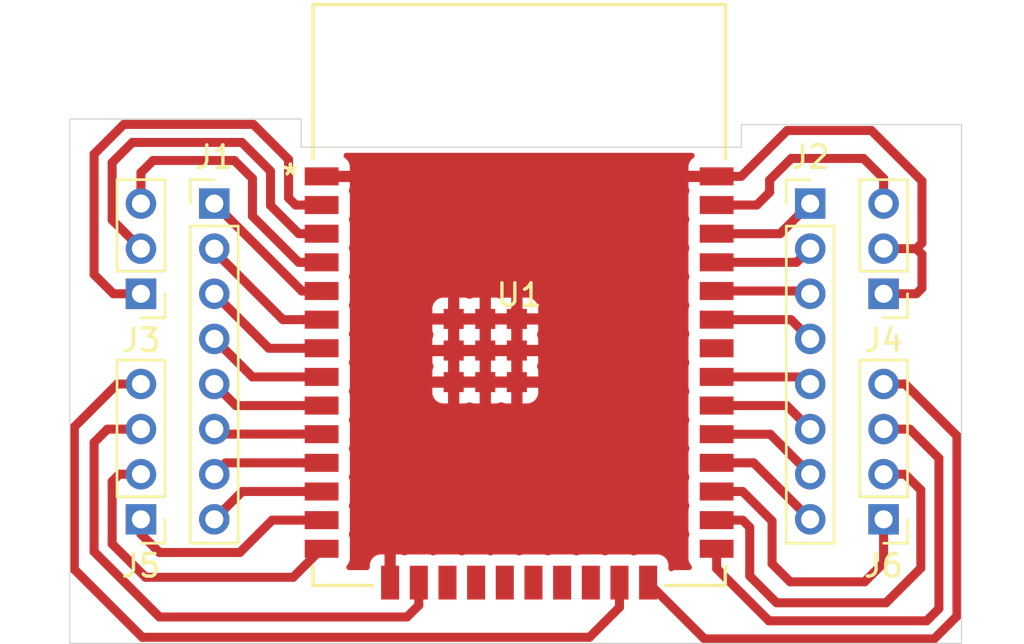
<source format=kicad_pcb>
(kicad_pcb (version 20240108) (generator "pcbnew") (generator_version "8.0")
  (layers (0 "F.Cu" signal) (31 "B.Cu" signal) (34 "B.Paste" user) (35 "F.Paste" user) (36 "B.SilkS" user "B.Silkscreen") (37 "F.SilkS" user "F.Silkscreen") (38 "B.Mask" user) (39 "F.Mask" user) (44 "Edge.Cuts" user))
  (net 0 "")
  (net 1 "Net-(J1-Pin_8)")
  (net 2 "Net-(J1-Pin_2)")
  (net 3 "Net-(J1-Pin_4)")
  (net 4 "Net-(J1-Pin_6)")
  (net 5 "Net-(J1-Pin_3)")
  (net 6 "Net-(J1-Pin_5)")
  (net 7 "Net-(J1-Pin_1)")
  (net 8 "Net-(J1-Pin_7)")
  (net 9 "Net-(J2-Pin_3)")
  (net 10 "Net-(J2-Pin_6)")
  (net 11 "Net-(J2-Pin_8)")
  (net 12 "Net-(J2-Pin_7)")
  (net 13 "Net-(J2-Pin_1)")
  (net 14 "Net-(J2-Pin_4)")
  (net 15 "Net-(J2-Pin_5)")
  (net 23 "Net-(J2-Pin_2)")
  (net 24 "Net-(J3-Pin_3)")
  (net 25 "Net-(J3-Pin_2)")
  (net 26 "Net-(J3-Pin_1)")
  (net 27 "Net-(J4-Pin_1)")
  (net 28 "Net-(J4-Pin_3)")
  (net 29 "Net-(J5-Pin_2)")
  (net 30 "Net-(J5-Pin_4)")
  (net 31 "Net-(J5-Pin_1)")
  (net 32 "Net-(J5-Pin_3)")
  (net 33 "Net-(J6-Pin_3)")
  (net 34 "Net-(J6-Pin_1)")
  (net 35 "Net-(J6-Pin_2)")
  (net 36 "Net-(J6-Pin_4)")
  (footprint "Connector_PinHeader_2.00mm:PinHeader_1x08_P2.00mm_Vertical" (layer "F.Cu") (at 162.3 96.5)
    (property "Reference" "J2" (at 0 -2.06 0) (layer "F.SilkS"))
    (property "Value" "Conn_01x08_Pin")
    (fp_line (start -1.06 -1.06) (end 0 -1.06) (stroke (width 0.12)) (layer "F.SilkS"))
    (fp_line (start -1.06 0) (end -1.06 -1.06) (stroke (width 0.12)) (layer "F.SilkS"))
    (fp_line (start -1.06 1) (end -1.06 15.06) (stroke (width 0.12)) (layer "F.SilkS"))
    (fp_line (start -1.06 1) (end 1.06 1) (stroke (width 0.12)) (layer "F.SilkS"))
    (fp_line (start -1.06 15.06) (end 1.06 15.06) (stroke (width 0.12)) (layer "F.SilkS"))
    (fp_line (start 1.06 1) (end 1.06 15.06) (stroke (width 0.12)) (layer "F.SilkS"))
    (pad "1" thru_hole rect (at 0 0) (size 1.35 1.35) (drill 0.8) (layers "*.Cu" "*.Mask") (net 13 "Net-(J2-Pin_1)"))
    (pad "2" thru_hole oval (at 0 2) (size 1.35 1.35) (drill 0.8) (layers "*.Cu" "*.Mask") (net 23 "Net-(J2-Pin_2)"))
    (pad "3" thru_hole oval (at 0 4) (size 1.35 1.35) (drill 0.8) (layers "*.Cu" "*.Mask") (net 9 "Net-(J2-Pin_3)"))
    (pad "4" thru_hole oval (at 0 6) (size 1.35 1.35) (drill 0.8) (layers "*.Cu" "*.Mask") (net 14 "Net-(J2-Pin_4)"))
    (pad "5" thru_hole oval (at 0 8) (size 1.35 1.35) (drill 0.8) (layers "*.Cu" "*.Mask") (net 15 "Net-(J2-Pin_5)"))
    (pad "6" thru_hole oval (at 0 10) (size 1.35 1.35) (drill 0.8) (layers "*.Cu" "*.Mask") (net 10 "Net-(J2-Pin_6)"))
    (pad "7" thru_hole oval (at 0 12) (size 1.35 1.35) (drill 0.8) (layers "*.Cu" "*.Mask") (net 12 "Net-(J2-Pin_7)"))
    (pad "8" thru_hole oval (at 0 14) (size 1.35 1.35) (drill 0.8) (layers "*.Cu" "*.Mask") (net 11 "Net-(J2-Pin_8)"))
  )
  (footprint "Connector_PinHeader_2.00mm:PinHeader_1x03_P2.00mm_Vertical" (layer "F.Cu") (at 165.55 100.5 180)
    (property "Reference" "J4" (at 0 -2.06 0) (layer "F.SilkS"))
    (property "Value" "Conn_01x03_Pin")
    (fp_line (start 1.06 1) (end 1.06 5.06) (stroke (width 0.12)) (layer "F.SilkS"))
    (fp_line (start -1.06 5.06) (end 1.06 5.06) (stroke (width 0.12)) (layer "F.SilkS"))
    (fp_line (start -1.06 1) (end 1.06 1) (stroke (width 0.12)) (layer "F.SilkS"))
    (fp_line (start -1.06 1) (end -1.06 5.06) (stroke (width 0.12)) (layer "F.SilkS"))
    (fp_line (start -1.06 0) (end -1.06 -1.06) (stroke (width 0.12)) (layer "F.SilkS"))
    (fp_line (start -1.06 -1.06) (end 0 -1.06) (stroke (width 0.12)) (layer "F.SilkS"))
    (pad "1" thru_hole rect (at 0 0 180) (size 1.35 1.35) (drill 0.8) (layers "*.Cu" "*.Mask") (net 27 "Net-(J4-Pin_1)"))
    (pad "2" thru_hole oval (at 0 2 180) (size 1.35 1.35) (drill 0.8) (layers "*.Cu" "*.Mask") (net 27 "Net-(J4-Pin_1)"))
    (pad "3" thru_hole oval (at 0 4 180) (size 1.35 1.35) (drill 0.8) (layers "*.Cu" "*.Mask") (net 28 "Net-(J4-Pin_3)"))
  )
  (footprint "Connector_PinHeader_2.00mm:PinHeader_1x03_P2.00mm_Vertical" (layer "F.Cu") (at 132.65 100.5 180)
    (property "Reference" "J3" (at 0 -2.06 0) (layer "F.SilkS"))
    (property "Value" "Conn_01x03_Pin")
    (fp_line (start 1.06 1) (end 1.06 5.06) (stroke (width 0.12)) (layer "F.SilkS"))
    (fp_line (start -1.06 5.06) (end 1.06 5.06) (stroke (width 0.12)) (layer "F.SilkS"))
    (fp_line (start -1.06 1) (end 1.06 1) (stroke (width 0.12)) (layer "F.SilkS"))
    (fp_line (start -1.06 1) (end -1.06 5.06) (stroke (width 0.12)) (layer "F.SilkS"))
    (fp_line (start -1.06 0) (end -1.06 -1.06) (stroke (width 0.12)) (layer "F.SilkS"))
    (fp_line (start -1.06 -1.06) (end 0 -1.06) (stroke (width 0.12)) (layer "F.SilkS"))
    (pad "1" thru_hole rect (at 0 0 180) (size 1.35 1.35) (drill 0.8) (layers "*.Cu" "*.Mask") (net 26 "Net-(J3-Pin_1)"))
    (pad "2" thru_hole oval (at 0 2 180) (size 1.35 1.35) (drill 0.8) (layers "*.Cu" "*.Mask") (net 25 "Net-(J3-Pin_2)"))
    (pad "3" thru_hole oval (at 0 4 180) (size 1.35 1.35) (drill 0.8) (layers "*.Cu" "*.Mask") (net 24 "Net-(J3-Pin_3)"))
  )
  (footprint "PVA_board:ESP32­WROOM­32E_EXP" (layer "F.Cu") (at 149.4045 100.556)
    (property "Reference" "U1" (at 0 0 0) (layer "F.SilkS"))
    (property "Value" "ESP32-WROOM-32E-N8")
    (fp_line (start -9.1313 -12.8778) (end 9.1313 -12.8778) (stroke (width 0.1524)) (layer "F.SilkS"))
    (fp_line (start -9.1313 -6.03724) (end -9.1313 -12.8778) (stroke (width 0.1524)) (layer "F.SilkS"))
    (fp_line (start -9.1313 12.8778) (end -9.1313 12.02724) (stroke (width 0.1524)) (layer "F.SilkS"))
    (fp_line (start -6.49224 12.8778) (end -9.1313 12.8778) (stroke (width 0.1524)) (layer "F.SilkS"))
    (fp_line (start 9.1313 -12.8778) (end 9.1313 -6.03724) (stroke (width 0.1524)) (layer "F.SilkS"))
    (fp_line (start 9.1313 12.02724) (end 9.1313 12.8778) (stroke (width 0.1524)) (layer "F.SilkS"))
    (fp_line (start 9.1313 12.8778) (end 6.49224 12.8778) (stroke (width 0.1524)) (layer "F.SilkS"))
    (fp_text user "*" (at -10.1343 -5.26 0) (layer "F.SilkS"))
    (fp_text user "*" (at -10.1343 -5.26 0) (layer "F.SilkS"))
    (pad "1" smd rect (at -8.75 -5.26) (size 1.4986 0.8) (layers "F.Cu" "F.Paste" "F.Mask") (net 27 "Net-(J4-Pin_1)"))
    (pad "2" smd rect (at -8.75 -3.99) (size 1.4986 0.8) (layers "F.Cu" "F.Paste" "F.Mask") (net 26 "Net-(J3-Pin_1)"))
    (pad "3" smd rect (at -8.75 -2.72) (size 1.4986 0.8) (layers "F.Cu" "F.Paste" "F.Mask") (net 25 "Net-(J3-Pin_2)"))
    (pad "4" smd rect (at -8.75 -1.45) (size 1.4986 0.8) (layers "F.Cu" "F.Paste" "F.Mask") (net 24 "Net-(J3-Pin_3)"))
    (pad "5" smd rect (at -8.75 -0.18) (size 1.4986 0.8) (layers "F.Cu" "F.Paste" "F.Mask") (net 7 "Net-(J1-Pin_1)"))
    (pad "6" smd rect (at -8.75 1.09) (size 1.4986 0.8) (layers "F.Cu" "F.Paste" "F.Mask") (net 2 "Net-(J1-Pin_2)"))
    (pad "7" smd rect (at -8.75 2.36) (size 1.4986 0.8) (layers "F.Cu" "F.Paste" "F.Mask") (net 5 "Net-(J1-Pin_3)"))
    (pad "8" smd rect (at -8.75 3.63) (size 1.4986 0.8) (layers "F.Cu" "F.Paste" "F.Mask") (net 3 "Net-(J1-Pin_4)"))
    (pad "9" smd rect (at -8.75 4.9) (size 1.4986 0.8) (layers "F.Cu" "F.Paste" "F.Mask") (net 6 "Net-(J1-Pin_5)"))
    (pad "10" smd rect (at -8.75 6.17) (size 1.4986 0.8) (layers "F.Cu" "F.Paste" "F.Mask") (net 4 "Net-(J1-Pin_6)"))
    (pad "11" smd rect (at -8.75 7.44) (size 1.4986 0.8) (layers "F.Cu" "F.Paste" "F.Mask") (net 8 "Net-(J1-Pin_7)"))
    (pad "12" smd rect (at -8.75 8.71) (size 1.4986 0.8) (layers "F.Cu" "F.Paste" "F.Mask") (net 1 "Net-(J1-Pin_8)"))
    (pad "13" smd rect (at -8.75 9.98) (size 1.4986 0.8) (layers "F.Cu" "F.Paste" "F.Mask") (net 31 "Net-(J5-Pin_1)"))
    (pad "14" smd rect (at -8.75 11.25) (size 1.4986 0.8) (layers "F.Cu" "F.Paste" "F.Mask") (net 29 "Net-(J5-Pin_2)"))
    (pad "15" smd rect (at -5.715 12.75 90) (size 1.4986 0.8) (layers "F.Cu" "F.Paste" "F.Mask") (net 27 "Net-(J4-Pin_1)"))
    (pad "16" smd rect (at -4.445 12.75 90) (size 1.4986 0.8) (layers "F.Cu" "F.Paste" "F.Mask") (net 32 "Net-(J5-Pin_3)"))
    (pad "17" smd rect (at -3.175 12.75 90) (size 1.4986 0.8) (layers "F.Cu" "F.Paste" "F.Mask"))
    (pad "18" smd rect (at -1.905 12.75 90) (size 1.4986 0.8) (layers "F.Cu" "F.Paste" "F.Mask"))
    (pad "19" smd rect (at -0.635 12.75 90) (size 1.4986 0.8) (layers "F.Cu" "F.Paste" "F.Mask"))
    (pad "20" smd rect (at 0.635 12.75 90) (size 1.4986 0.8) (layers "F.Cu" "F.Paste" "F.Mask"))
    (pad "21" smd rect (at 1.905 12.75 90) (size 1.4986 0.8) (layers "F.Cu" "F.Paste" "F.Mask"))
    (pad "22" smd rect (at 3.175 12.75 90) (size 1.4986 0.8) (layers "F.Cu" "F.Paste" "F.Mask"))
    (pad "23" smd rect (at 4.445 12.75 90) (size 1.4986 0.8) (layers "F.Cu" "F.Paste" "F.Mask") (net 30 "Net-(J5-Pin_4)"))
    (pad "24" smd rect (at 5.715 12.75 90) (size 1.4986 0.8) (layers "F.Cu" "F.Paste" "F.Mask") (net 36 "Net-(J6-Pin_4)"))
    (pad "25" smd rect (at 8.75 11.25) (size 1.4986 0.8) (layers "F.Cu" "F.Paste" "F.Mask") (net 33 "Net-(J6-Pin_3)"))
    (pad "26" smd rect (at 8.75 9.98) (size 1.4986 0.8) (layers "F.Cu" "F.Paste" "F.Mask") (net 35 "Net-(J6-Pin_2)"))
    (pad "27" smd rect (at 8.75 8.71) (size 1.4986 0.8) (layers "F.Cu" "F.Paste" "F.Mask") (net 34 "Net-(J6-Pin_1)"))
    (pad "28" smd rect (at 8.75 7.44) (size 1.4986 0.8) (layers "F.Cu" "F.Paste" "F.Mask") (net 11 "Net-(J2-Pin_8)"))
    (pad "29" smd rect (at 8.75 6.17) (size 1.4986 0.8) (layers "F.Cu" "F.Paste" "F.Mask") (net 12 "Net-(J2-Pin_7)"))
    (pad "30" smd rect (at 8.75 4.9) (size 1.4986 0.8) (layers "F.Cu" "F.Paste" "F.Mask") (net 10 "Net-(J2-Pin_6)"))
    (pad "31" smd rect (at 8.75 3.63) (size 1.4986 0.8) (layers "F.Cu" "F.Paste" "F.Mask") (net 15 "Net-(J2-Pin_5)"))
    (pad "32" smd rect (at 8.75 2.36) (size 1.4986 0.8) (layers "F.Cu" "F.Paste" "F.Mask"))
    (pad "33" smd rect (at 8.75 1.09) (size 1.4986 0.8) (layers "F.Cu" "F.Paste" "F.Mask") (net 14 "Net-(J2-Pin_4)"))
    (pad "34" smd rect (at 8.75 -0.18) (size 1.4986 0.8) (layers "F.Cu" "F.Paste" "F.Mask") (net 9 "Net-(J2-Pin_3)"))
    (pad "35" smd rect (at 8.75 -1.45) (size 1.4986 0.8) (layers "F.Cu" "F.Paste" "F.Mask") (net 23 "Net-(J2-Pin_2)"))
    (pad "36" smd rect (at 8.75 -2.72) (size 1.4986 0.8) (layers "F.Cu" "F.Paste" "F.Mask") (net 13 "Net-(J2-Pin_1)"))
    (pad "37" smd rect (at 8.75 -3.99) (size 1.4986 0.8) (layers "F.Cu" "F.Paste" "F.Mask") (net 28 "Net-(J4-Pin_3)"))
    (pad "38" smd rect (at 8.75 -5.26) (size 1.4986 0.8) (layers "F.Cu" "F.Paste" "F.Mask") (net 27 "Net-(J4-Pin_1)"))
    (pad "39" smd rect (at -1.5 2.46) (size 0.889 0.889) (layers "F.Cu" "F.Paste" "F.Mask") (net 27 "Net-(J4-Pin_1)"))
    (pad "40" smd rect (at -2.9 1.06) (size 0.889 0.889) (layers "F.Cu" "F.Paste" "F.Mask") (net 27 "Net-(J4-Pin_1)"))
    (pad "41" smd rect (at -2.9 2.46) (size 0.889 0.889) (layers "F.Cu" "F.Paste" "F.Mask") (net 27 "Net-(J4-Pin_1)"))
    (pad "42" smd rect (at -2.9 3.86) (size 0.889 0.889) (layers "F.Cu" "F.Paste" "F.Mask") (net 27 "Net-(J4-Pin_1)"))
    (pad "43" smd rect (at -1.5 3.86) (size 0.889 0.889) (layers "F.Cu" "F.Paste" "F.Mask") (net 27 "Net-(J4-Pin_1)"))
    (pad "44" smd rect (at -0.1 3.86) (size 0.889 0.889) (layers "F.Cu" "F.Paste" "F.Mask") (net 27 "Net-(J4-Pin_1)"))
    (pad "45" smd rect (at -0.1 2.46) (size 0.889 0.889) (layers "F.Cu" "F.Paste" "F.Mask") (net 27 "Net-(J4-Pin_1)"))
    (pad "46" smd rect (at -0.1 1.06) (size 0.889 0.889) (layers "F.Cu" "F.Paste" "F.Mask") (net 27 "Net-(J4-Pin_1)"))
    (pad "47" smd rect (at -1.5 1.06) (size 0.889 0.889) (layers "F.Cu" "F.Paste" "F.Mask") (net 27 "Net-(J4-Pin_1)"))
  )
  (footprint "Connector_PinHeader_2.00mm:PinHeader_1x08_P2.00mm_Vertical" (layer "F.Cu") (at 135.9 96.5)
    (property "Reference" "J1" (at 0 -2.06 0) (layer "F.SilkS"))
    (property "Value" "Conn_01x08_Pin")
    (fp_line (start -1.06 -1.06) (end 0 -1.06) (stroke (width 0.12)) (layer "F.SilkS"))
    (fp_line (start -1.06 0) (end -1.06 -1.06) (stroke (width 0.12)) (layer "F.SilkS"))
    (fp_line (start -1.06 1) (end -1.06 15.06) (stroke (width 0.12)) (layer "F.SilkS"))
    (fp_line (start -1.06 1) (end 1.06 1) (stroke (width 0.12)) (layer "F.SilkS"))
    (fp_line (start -1.06 15.06) (end 1.06 15.06) (stroke (width 0.12)) (layer "F.SilkS"))
    (fp_line (start 1.06 1) (end 1.06 15.06) (stroke (width 0.12)) (layer "F.SilkS"))
    (pad "1" thru_hole rect (at 0 0) (size 1.35 1.35) (drill 0.8) (layers "*.Cu" "*.Mask") (net 7 "Net-(J1-Pin_1)"))
    (pad "2" thru_hole oval (at 0 2) (size 1.35 1.35) (drill 0.8) (layers "*.Cu" "*.Mask") (net 2 "Net-(J1-Pin_2)"))
    (pad "3" thru_hole oval (at 0 4) (size 1.35 1.35) (drill 0.8) (layers "*.Cu" "*.Mask") (net 5 "Net-(J1-Pin_3)"))
    (pad "4" thru_hole oval (at 0 6) (size 1.35 1.35) (drill 0.8) (layers "*.Cu" "*.Mask") (net 3 "Net-(J1-Pin_4)"))
    (pad "5" thru_hole oval (at 0 8) (size 1.35 1.35) (drill 0.8) (layers "*.Cu" "*.Mask") (net 6 "Net-(J1-Pin_5)"))
    (pad "6" thru_hole oval (at 0 10) (size 1.35 1.35) (drill 0.8) (layers "*.Cu" "*.Mask") (net 4 "Net-(J1-Pin_6)"))
    (pad "7" thru_hole oval (at 0 12) (size 1.35 1.35) (drill 0.8) (layers "*.Cu" "*.Mask") (net 8 "Net-(J1-Pin_7)"))
    (pad "8" thru_hole oval (at 0 14) (size 1.35 1.35) (drill 0.8) (layers "*.Cu" "*.Mask") (net 1 "Net-(J1-Pin_8)"))
  )
  (footprint "Connector_PinHeader_2.00mm:PinHeader_1x04_P2.00mm_Vertical" (layer "F.Cu") (at 132.65 110.5 180)
    (property "Reference" "J5" (at 0 -2.06 0) (layer "F.SilkS"))
    (property "Value" "Conn_01x04_Pin")
    (fp_line (start 1.06 1) (end 1.06 7.06) (stroke (width 0.12)) (layer "F.SilkS"))
    (fp_line (start -1.06 7.06) (end 1.06 7.06) (stroke (width 0.12)) (layer "F.SilkS"))
    (fp_line (start -1.06 1) (end 1.06 1) (stroke (width 0.12)) (layer "F.SilkS"))
    (fp_line (start -1.06 1) (end -1.06 7.06) (stroke (width 0.12)) (layer "F.SilkS"))
    (fp_line (start -1.06 0) (end -1.06 -1.06) (stroke (width 0.12)) (layer "F.SilkS"))
    (fp_line (start -1.06 -1.06) (end 0 -1.06) (stroke (width 0.12)) (layer "F.SilkS"))
    (pad "1" thru_hole rect (at 0 0 180) (size 1.35 1.35) (drill 0.8) (layers "*.Cu" "*.Mask") (net 31 "Net-(J5-Pin_1)"))
    (pad "2" thru_hole oval (at 0 2 180) (size 1.35 1.35) (drill 0.8) (layers "*.Cu" "*.Mask") (net 29 "Net-(J5-Pin_2)"))
    (pad "3" thru_hole oval (at 0 4 180) (size 1.35 1.35) (drill 0.8) (layers "*.Cu" "*.Mask") (net 32 "Net-(J5-Pin_3)"))
    (pad "4" thru_hole oval (at 0 6 180) (size 1.35 1.35) (drill 0.8) (layers "*.Cu" "*.Mask") (net 30 "Net-(J5-Pin_4)"))
  )
  (footprint "Connector_PinHeader_2.00mm:PinHeader_1x04_P2.00mm_Vertical" (layer "F.Cu") (at 165.55 110.5 180)
    (property "Reference" "J6" (at 0 -2.06 0) (layer "F.SilkS"))
    (property "Value" "Conn_01x04_Pin")
    (fp_line (start 1.06 1) (end 1.06 7.06) (stroke (width 0.12)) (layer "F.SilkS"))
    (fp_line (start -1.06 7.06) (end 1.06 7.06) (stroke (width 0.12)) (layer "F.SilkS"))
    (fp_line (start -1.06 1) (end 1.06 1) (stroke (width 0.12)) (layer "F.SilkS"))
    (fp_line (start -1.06 1) (end -1.06 7.06) (stroke (width 0.12)) (layer "F.SilkS"))
    (fp_line (start -1.06 0) (end -1.06 -1.06) (stroke (width 0.12)) (layer "F.SilkS"))
    (fp_line (start -1.06 -1.06) (end 0 -1.06) (stroke (width 0.12)) (layer "F.SilkS"))
    (pad "1" thru_hole rect (at 0 0 180) (size 1.35 1.35) (drill 0.8) (layers "*.Cu" "*.Mask") (net 34 "Net-(J6-Pin_1)"))
    (pad "2" thru_hole oval (at 0 2 180) (size 1.35 1.35) (drill 0.8) (layers "*.Cu" "*.Mask") (net 35 "Net-(J6-Pin_2)"))
    (pad "3" thru_hole oval (at 0 4 180) (size 1.35 1.35) (drill 0.8) (layers "*.Cu" "*.Mask") (net 33 "Net-(J6-Pin_3)"))
    (pad "4" thru_hole oval (at 0 6 180) (size 1.35 1.35) (drill 0.8) (layers "*.Cu" "*.Mask") (net 36 "Net-(J6-Pin_4)"))
  )
  (gr_line (start 139.75 92.75) (end 139.75 94) (stroke (width 0.05)) (layer "Edge.Cuts"))
  (gr_line (start 169 93) (end 159.25 93) (stroke (width 0.05)) (layer "Edge.Cuts"))
  (gr_line (start 169 116) (end 169 93) (stroke (width 0.05)) (layer "Edge.Cuts"))
  (gr_line (start 139.75 92.75) (end 129.5 92.75) (stroke (width 0.05)) (layer "Edge.Cuts"))
  (gr_line (start 159.25 93) (end 159.25 94) (stroke (width 0.05)) (layer "Edge.Cuts"))
  (gr_line (start 129.5 92.75) (end 129.5 116) (stroke (width 0.05)) (layer "Edge.Cuts"))
  (gr_line (start 129.5 116) (end 169 116) (stroke (width 0.05)) (layer "Edge.Cuts"))
  (gr_line (start 139.75 94) (end 159.25 94) (stroke (width 0.05)) (layer "Edge.Cuts"))
  (segment (start 135.9 110.5) (end 137.134 109.266) (width 0.4) (layer "F.Cu") (net 1))
  (segment (start 137.134 109.266) (end 140.6545 109.266) (width 0.4) (layer "F.Cu") (net 1))
  (segment (start 135.9 98.61) (end 138.936 101.646) (width 0.4) (layer "F.Cu") (net 2))
  (segment (start 135.9 98.5) (end 135.9 98.61) (width 0.4) (layer "F.Cu") (net 2))
  (segment (start 138.936 101.646) (end 140.6545 101.646) (width 0.4) (layer "F.Cu") (net 2))
  (segment (start 135.9 102.5) (end 137.586 104.186) (width 0.4) (layer "F.Cu") (net 3))
  (segment (start 137.586 104.186) (end 140.6545 104.186) (width 0.4) (layer "F.Cu") (net 3))
  (segment (start 136.12 106.72) (end 140.6485 106.72) (width 0.4) (layer "F.Cu") (net 4))
  (segment (start 135.9 106.5) (end 136.12 106.72) (width 0.4) (layer "F.Cu") (net 4))
  (segment (start 140.6485 106.72) (end 140.6545 106.726) (width 0.4) (layer "F.Cu") (net 4))
  (segment (start 135.9 100.5) (end 138.316 102.916) (width 0.4) (layer "F.Cu") (net 5))
  (segment (start 138.316 102.916) (end 140.6545 102.916) (width 0.4) (layer "F.Cu") (net 5))
  (segment (start 135.9 104.5) (end 136.856 105.456) (width 0.4) (layer "F.Cu") (net 6))
  (segment (start 136.856 105.456) (end 140.6545 105.456) (width 0.4) (layer "F.Cu") (net 6))
  (segment (start 139.776 100.376) (end 135.9 96.5) (width 0.4) (layer "F.Cu") (net 7))
  (segment (start 140.6545 100.376) (end 139.776 100.376) (width 0.4) (layer "F.Cu") (net 7))
  (segment (start 136.404 107.996) (end 140.6545 107.996) (width 0.4) (layer "F.Cu") (net 8))
  (segment (start 135.9 108.5) (end 136.404 107.996) (width 0.4) (layer "F.Cu") (net 8))
  (segment (start 162.176 100.376) (end 162.3 100.5) (width 0.4) (layer "F.Cu") (net 9))
  (segment (start 158.1545 100.376) (end 162.176 100.376) (width 0.4) (layer "F.Cu") (net 9))
  (segment (start 158.1545 105.456) (end 161.256 105.456) (width 0.4) (layer "F.Cu") (net 10))
  (segment (start 161.256 105.456) (end 162.3 106.5) (width 0.4) (layer "F.Cu") (net 10))
  (segment (start 159.796 107.996) (end 162.3 110.5) (width 0.4) (layer "F.Cu") (net 11))
  (segment (start 158.1545 107.996) (end 159.796 107.996) (width 0.4) (layer "F.Cu") (net 11))
  (segment (start 160.526 106.726) (end 162.3 108.5) (width 0.4) (layer "F.Cu") (net 12))
  (segment (start 158.1545 106.726) (end 160.526 106.726) (width 0.4) (layer "F.Cu") (net 12))
  (segment (start 158.1545 97.836) (end 160.964 97.836) (width 0.4) (layer "F.Cu") (net 13))
  (segment (start 160.964 97.836) (end 162.3 96.5) (width 0.4) (layer "F.Cu") (net 13))
  (segment (start 161.446 101.646) (end 162.3 102.5) (width 0.4) (layer "F.Cu") (net 14))
  (segment (start 158.1545 101.646) (end 161.446 101.646) (width 0.4) (layer "F.Cu") (net 14))
  (segment (start 158.1545 104.186) (end 161.986 104.186) (width 0.4) (layer "F.Cu") (net 15))
  (segment (start 161.986 104.186) (end 162.3 104.5) (width 0.4) (layer "F.Cu") (net 15))
  (segment (start 158.1545 99.106) (end 161.694 99.106) (width 0.4) (layer "F.Cu") (net 23))
  (segment (start 161.694 99.106) (end 162.3 98.5) (width 0.4) (layer "F.Cu") (net 23))
  (segment (start 137.59 95.39137) (end 136.78863 94.59) (width 0.4) (layer "F.Cu") (net 24))
  (segment (start 139.63737 99.106) (end 137.59 97.05863) (width 0.4) (layer "F.Cu") (net 24))
  (segment (start 132.65 95.13) (end 132.65 96.5) (width 0.4) (layer "F.Cu") (net 24))
  (segment (start 140.6545 99.106) (end 139.63737 99.106) (width 0.4) (layer "F.Cu") (net 24))
  (segment (start 136.78863 94.59) (end 133.19 94.59) (width 0.4) (layer "F.Cu") (net 24))
  (segment (start 133.19 94.59) (end 132.65 95.13) (width 0.4) (layer "F.Cu") (net 24))
  (segment (start 137.59 97.05863) (end 137.59 95.39137) (width 0.4) (layer "F.Cu") (net 24))
  (segment (start 131.375 94.685) (end 131.375 97.225) (width 0.4) (layer "F.Cu") (net 25))
  (segment (start 131.375 97.225) (end 132.65 98.5) (width 0.4) (layer "F.Cu") (net 25))
  (segment (start 139.64383 97.836) (end 138.39 96.58217) (width 0.4) (layer "F.Cu") (net 25))
  (segment (start 138.39 95.06) (end 137.12 93.79) (width 0.4) (layer "F.Cu") (net 25))
  (segment (start 132.27 93.79) (end 131.375 94.685) (width 0.4) (layer "F.Cu") (net 25))
  (segment (start 140.6545 97.836) (end 139.64383 97.836) (width 0.4) (layer "F.Cu") (net 25))
  (segment (start 137.12 93.79) (end 132.27 93.79) (width 0.4) (layer "F.Cu") (net 25))
  (segment (start 138.39 96.58217) (end 138.39 95.06) (width 0.4) (layer "F.Cu") (net 25))
  (segment (start 131.89 92.99) (end 130.575 94.305) (width 0.4) (layer "F.Cu") (net 26))
  (segment (start 139.19 94.55) (end 137.63 92.99) (width 0.4) (layer "F.Cu") (net 26))
  (segment (start 130.575 99.645) (end 131.43 100.5) (width 0.4) (layer "F.Cu") (net 26))
  (segment (start 131.43 100.5) (end 132.65 100.5) (width 0.4) (layer "F.Cu") (net 26))
  (segment (start 139.19 96.2508) (end 139.19 94.55) (width 0.4) (layer "F.Cu") (net 26))
  (segment (start 137.63 92.99) (end 131.89 92.99) (width 0.4) (layer "F.Cu") (net 26))
  (segment (start 139.5052 96.566) (end 139.19 96.2508) (width 0.4) (layer "F.Cu") (net 26))
  (segment (start 130.575 94.305) (end 130.575 99.645) (width 0.4) (layer "F.Cu") (net 26))
  (segment (start 140.6545 96.566) (end 139.5052 96.566) (width 0.4) (layer "F.Cu") (net 26))
  (segment (start 159.244 95.296) (end 161.28 93.26) (width 0.4) (layer "F.Cu") (net 27))
  (segment (start 167.25 95.5) (end 167.25 98.25) (width 0.4) (layer "F.Cu") (net 27))
  (segment (start 165.01 93.26) (end 167.25 95.5) (width 0.4) (layer "F.Cu") (net 27))
  (segment (start 167 98.5) (end 167.25 98.75) (width 0.4) (layer "F.Cu") (net 27))
  (segment (start 167 100.5) (end 165.55 100.5) (width 0.4) (layer "F.Cu") (net 27))
  (segment (start 161.28 93.26) (end 165.01 93.26) (width 0.4) (layer "F.Cu") (net 27))
  (segment (start 167 98.5) (end 165.55 98.5) (width 0.4) (layer "F.Cu") (net 27))
  (segment (start 167.25 98.75) (end 167.25 100.25) (width 0.4) (layer "F.Cu") (net 27))
  (segment (start 158.1545 95.296) (end 159.244 95.296) (width 0.4) (layer "F.Cu") (net 27))
  (segment (start 167.25 98.25) (end 167 98.5) (width 0.4) (layer "F.Cu") (net 27))
  (segment (start 167.25 100.25) (end 167 100.5) (width 0.4) (layer "F.Cu") (net 27))
  (segment (start 159.934 96.566) (end 158.1545 96.566) (width 0.4) (layer "F.Cu") (net 28))
  (segment (start 160.5 96) (end 159.934 96.566) (width 0.4) (layer "F.Cu") (net 28))
  (segment (start 164.66 94.5) (end 161.46 94.5) (width 0.4) (layer "F.Cu") (net 28))
  (segment (start 165.55 96.5) (end 165.55 95.39) (width 0.4) (layer "F.Cu") (net 28))
  (segment (start 165.55 95.39) (end 164.66 94.5) (width 0.4) (layer "F.Cu") (net 28))
  (segment (start 160.5 95.46) (end 160.5 96) (width 0.4) (layer "F.Cu") (net 28))
  (segment (start 161.46 94.5) (end 160.5 95.46) (width 0.4) (layer "F.Cu") (net 28))
  (segment (start 131.375 111.589) (end 131.375 108.820406) (width 0.4) (layer "F.Cu") (net 29))
  (segment (start 139.3905 113.07) (end 132.856 113.07) (width 0.4) (layer "F.Cu") (net 29))
  (segment (start 140.6545 111.806) (end 139.3905 113.07) (width 0.4) (layer "F.Cu") (net 29))
  (segment (start 131.695406 108.5) (end 132.65 108.5) (width 0.4) (layer "F.Cu") (net 29))
  (segment (start 131.375 108.820406) (end 131.695406 108.5) (width 0.4) (layer "F.Cu") (net 29))
  (segment (start 132.856 113.07) (end 131.375 111.589) (width 0.4) (layer "F.Cu") (net 29))
  (segment (start 131.603388 104.5) (end 129.7 106.403388) (width 0.4) (layer "F.Cu") (net 30))
  (segment (start 152.52 115.73) (end 153.8495 114.4005) (width 0.4) (layer "F.Cu") (net 30))
  (segment (start 129.7 106.403388) (end 129.7 112.72) (width 0.4) (layer "F.Cu") (net 30))
  (segment (start 132.65 104.5) (end 131.603388 104.5) (width 0.4) (layer "F.Cu") (net 30))
  (segment (start 153.8495 114.4005) (end 153.8495 113.306) (width 0.4) (layer "F.Cu") (net 30))
  (segment (start 129.7 112.72) (end 132.71 115.73) (width 0.4) (layer "F.Cu") (net 30))
  (segment (start 132.71 115.73) (end 152.52 115.73) (width 0.4) (layer "F.Cu") (net 30))
  (segment (start 138.464 110.536) (end 140.6545 110.536) (width 0.4) (layer "F.Cu") (net 31))
  (segment (start 132.65 110.5) (end 132.65 111.15) (width 0.4) (layer "F.Cu") (net 31))
  (segment (start 133.47 111.97) (end 137.03 111.97) (width 0.4) (layer "F.Cu") (net 31))
  (segment (start 132.65 111.15) (end 133.47 111.97) (width 0.4) (layer "F.Cu") (net 31))
  (segment (start 137.03 111.97) (end 138.464 110.536) (width 0.4) (layer "F.Cu") (net 31))
  (segment (start 131.168 106.5) (end 130.575 107.093) (width 0.4) (layer "F.Cu") (net 32))
  (segment (start 130.575 107.093) (end 130.575 111.935) (width 0.4) (layer "F.Cu") (net 32))
  (segment (start 144.4388 114.83) (end 133.696761 114.83) (width 0.4) (layer "F.Cu") (net 32))
  (segment (start 144.9595 114.3093) (end 144.4388 114.83) (width 0.4) (layer "F.Cu") (net 32))
  (segment (start 130.575 111.935) (end 133.47 114.83) (width 0.4) (layer "F.Cu") (net 32))
  (segment (start 133.47 114.83) (end 133.696761 114.83) (width 0.4) (layer "F.Cu") (net 32))
  (segment (start 131.168 106.5) (end 132.65 106.5) (width 0.4) (layer "F.Cu") (net 32))
  (segment (start 144.9595 113.306) (end 144.9595 114.3093) (width 0.4) (layer "F.Cu") (net 32))
  (segment (start 168 114.45863) (end 167.45863 115) (width 0.4) (layer "F.Cu") (net 33))
  (segment (start 165.55 106.5) (end 166.71 106.5) (width 0.4) (layer "F.Cu") (net 33))
  (segment (start 166.71 106.5) (end 168 107.79) (width 0.4) (layer "F.Cu") (net 33))
  (segment (start 167.45863 115) (end 160.47 115) (width 0.4) (layer "F.Cu") (net 33))
  (segment (start 158.1545 112.6845) (end 158.1545 111.806) (width 0.4) (layer "F.Cu") (net 33))
  (segment (start 168 107.79) (end 168 114.45863) (width 0.4) (layer "F.Cu") (net 33))
  (segment (start 160.47 115) (end 158.1545 112.6845) (width 0.4) (layer "F.Cu") (net 33))
  (segment (start 160.61 110.5722) (end 160.61 112.47) (width 0.4) (layer "F.Cu") (net 34))
  (segment (start 160.61 112.47) (end 161.41 113.27) (width 0.4) (layer "F.Cu") (net 34))
  (segment (start 161.41 113.27) (end 164.71 113.27) (width 0.4) (layer "F.Cu") (net 34))
  (segment (start 159.3038 109.266) (end 160.61 110.5722) (width 0.4) (layer "F.Cu") (net 34))
  (segment (start 165.55 112.43) (end 165.55 110.5) (width 0.4) (layer "F.Cu") (net 34))
  (segment (start 158.1545 109.266) (end 159.3038 109.266) (width 0.4) (layer "F.Cu") (net 34))
  (segment (start 164.71 113.27) (end 165.55 112.43) (width 0.4) (layer "F.Cu") (net 34))
  (segment (start 165.66 114.2) (end 167.2 112.66) (width 0.4) (layer "F.Cu") (net 35))
  (segment (start 167.2 109.2) (end 166.5 108.5) (width 0.4) (layer "F.Cu") (net 35))
  (segment (start 167.2 112.66) (end 167.2 109.2) (width 0.4) (layer "F.Cu") (net 35))
  (segment (start 159.62 110.8522) (end 159.62 113.01) (width 0.4) (layer "F.Cu") (net 35))
  (segment (start 160.81 114.2) (end 165.66 114.2) (width 0.4) (layer "F.Cu") (net 35))
  (segment (start 159.62 113.01) (end 160.81 114.2) (width 0.4) (layer "F.Cu") (net 35))
  (segment (start 166.5 108.5) (end 165.55 108.5) (width 0.4) (layer "F.Cu") (net 35))
  (segment (start 158.1545 110.536) (end 159.3038 110.536) (width 0.4) (layer "F.Cu") (net 35))
  (segment (start 159.3038 110.536) (end 159.62 110.8522) (width 0.4) (layer "F.Cu") (net 35))
  (segment (start 167.79 115.8) (end 168.8 114.79) (width 0.4) (layer "F.Cu") (net 36))
  (segment (start 168.8 106.8) (end 166.5 104.5) (width 0.4) (layer "F.Cu") (net 36))
  (segment (start 168.8 114.79) (end 168.8 106.8) (width 0.4) (layer "F.Cu") (net 36))
  (segment (start 155.1195 113.306) (end 157.6135 115.8) (width 0.4) (layer "F.Cu") (net 36))
  (segment (start 157.6135 115.8) (end 167.79 115.8) (width 0.4) (layer "F.Cu") (net 36))
  (segment (start 166.5 104.5) (end 165.55 104.5) (width 0.4) (layer "F.Cu") (net 36))
  (zone (net 27) (net_name "Net-(J4-Pin_1)") (layer "F.Cu") (name "GND_Zone") (connect_pads (clearance 0.5)) (min_thickness 0.25) (fill yes (thermal_gap 0.5) (thermal_bridge_width 0.5) (island_removal_mode 1) (island_area_min 10))
    (polygon (pts (xy 139.5 94.25) (xy 159.5 94.25) (xy 159.5 112.75) (xy 156.25 112.75) (xy 156.25 114.5) (xy 142.75 114.5) (xy 142.75 112.75) (xy 139.5 112.75)))
  )
)
</source>
